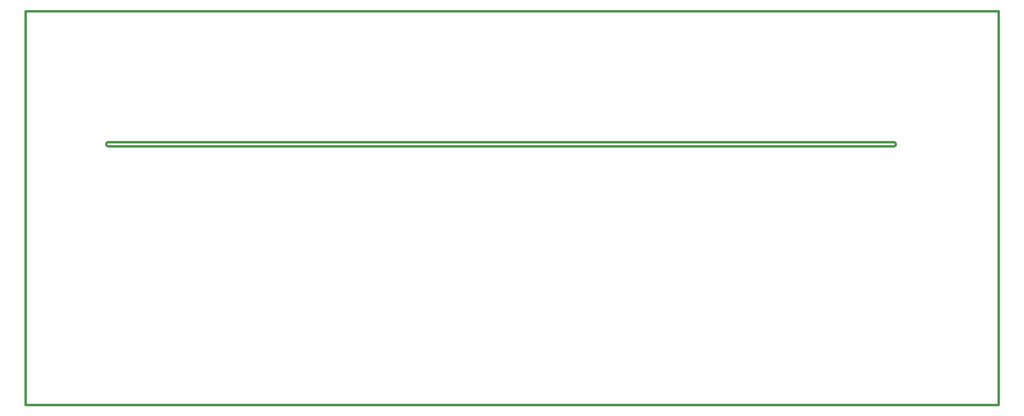
<source format=gko>
G04*
G04 #@! TF.GenerationSoftware,Altium Limited,Altium Designer,22.1.2 (22)*
G04*
G04 Layer_Color=16711935*
%FSLAX44Y44*%
%MOMM*%
G71*
G04*
G04 #@! TF.SameCoordinates,E8DC7784-5412-4491-ADA6-3D39AB0E1C33*
G04*
G04*
G04 #@! TF.FilePolarity,Positive*
G04*
G01*
G75*
%ADD14C,0.6000*%
D14*
X200509Y638928D02*
G03*
X200509Y628768I0J-5080D01*
G01*
X2106930Y628650D02*
G03*
X2106930Y638810I0J5080D01*
G01*
X200509Y628650D02*
X2106930Y628650D01*
X200509Y638810D02*
X2106930Y638810D01*
X657860Y957580D02*
X2360930D01*
X-0D02*
X657860D01*
X2360930D02*
X2360930Y0D01*
X0D02*
X2360930D01*
X-0Y957580D02*
X0Y0D01*
M02*

</source>
